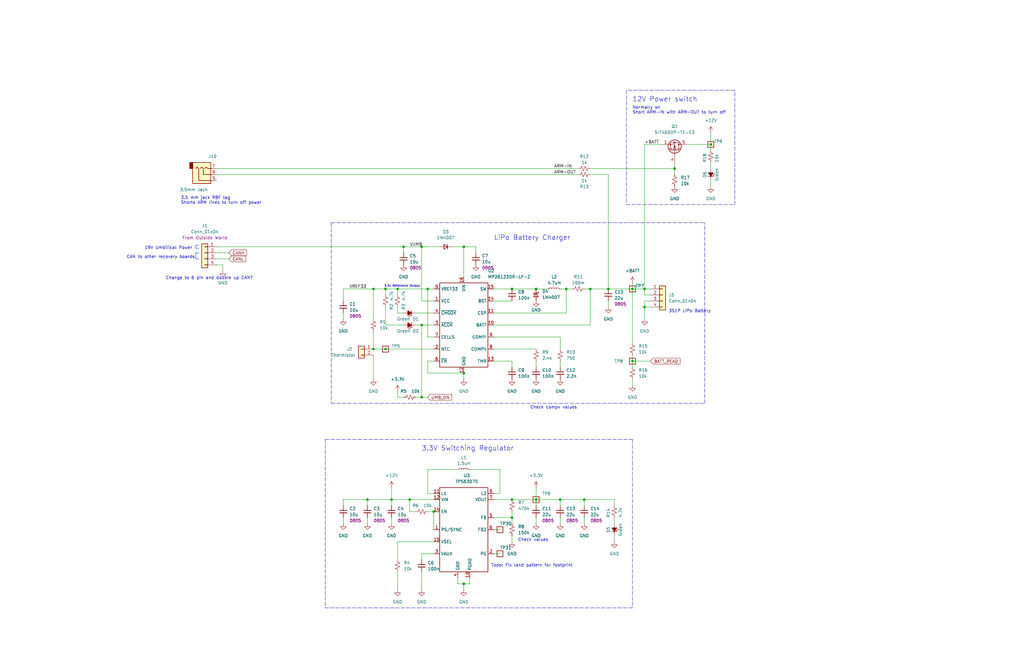
<source format=kicad_sch>
(kicad_sch (version 20211123) (generator eeschema)
  (paper "USLedger")
  (lib_symbols
    (symbol "Connector:AudioJack3"
      (property "Reference" "J" (at 0 8.89 0))
      (property "Value" "AudioJack3" (at 0 6.35 0))
      (symbol "AudioJack3_0_1"
        (rectangle (start -5.08 -5.08) (end -6.35 -2.54) (stroke (width 0.254)) (fill (type outline)))
        (polyline (pts (xy 0 -2.54) (xy 0.635 -3.175) (xy 1.27 -2.54) (xy 2.54 -2.54)) (stroke (width 0.254)))
        (polyline (pts (xy -1.905 -2.54) (xy -1.27 -3.175) (xy -0.635 -2.54) (xy -0.635 0) (xy 2.54 0)) (stroke (width 0.254)))
        (polyline (pts (xy 2.54 2.54) (xy -2.54 2.54) (xy -2.54 -2.54) (xy -3.175 -3.175) (xy -3.81 -2.54)) (stroke (width 0.254)))
        (rectangle (start 2.54 3.81) (end -5.08 -5.08) (stroke (width 0.254)) (fill (type background)))
      )
      (symbol "AudioJack3_1_1"
        (pin passive line (at 5.08 0 180) (length 2.54) (name "~") (number "R"))
        (pin passive line (at 5.08 2.54 180) (length 2.54) (name "~") (number "S"))
        (pin passive line (at 5.08 -2.54 180) (length 2.54) (name "~") (number "T"))
      )
    )
    (symbol "Connector_Generic:Conn_01x02" (pin_names (offset 1.016) hide)
      (property "Reference" "J" (at 0 2.54 0))
      (property "Value" "Conn_01x02" (at 0 -5.08 0))
      (symbol "Conn_01x02_1_1"
        (rectangle (start -1.27 -2.413) (end 0 -2.667) (stroke (width 0.1524)))
        (rectangle (start -1.27 0.127) (end 0 -0.127) (stroke (width 0.1524)))
        (rectangle (start -1.27 1.27) (end 1.27 -3.81) (stroke (width 0.254)) (fill (type background)))
        (pin passive line (at -5.08 0 0) (length 3.81) (name "Pin_1") (number "1"))
        (pin passive line (at -5.08 -2.54 0) (length 3.81) (name "Pin_2") (number "2"))
      )
    )
    (symbol "Connector_Generic:Conn_01x04" (pin_names (offset 1.016) hide)
      (property "Reference" "J" (at 0 5.08 0))
      (property "Value" "Conn_01x04" (at 0 -7.62 0))
      (symbol "Conn_01x04_1_1"
        (rectangle (start -1.27 -4.953) (end 0 -5.207) (stroke (width 0.1524)))
        (rectangle (start -1.27 -2.413) (end 0 -2.667) (stroke (width 0.1524)))
        (rectangle (start -1.27 0.127) (end 0 -0.127) (stroke (width 0.1524)))
        (rectangle (start -1.27 2.667) (end 0 2.413) (stroke (width 0.1524)))
        (rectangle (start -1.27 3.81) (end 1.27 -6.35) (stroke (width 0.254)) (fill (type background)))
        (pin passive line (at -5.08 2.54 0) (length 3.81) (name "Pin_1") (number "1"))
        (pin passive line (at -5.08 0 0) (length 3.81) (name "Pin_2") (number "2"))
        (pin passive line (at -5.08 -2.54 0) (length 3.81) (name "Pin_3") (number "3"))
        (pin passive line (at -5.08 -5.08 0) (length 3.81) (name "Pin_4") (number "4"))
      )
    )
    (symbol "Device:C_Small" (pin_numbers hide) (pin_names (offset 0.254) hide)
      (property "Reference" "C" (at 0.254 1.778 0))
      (property "Value" "C_Small" (at 0.254 -2.032 0))
      (symbol "C_Small_0_1"
        (polyline (pts (xy -1.524 -0.508) (xy 1.524 -0.508)) (stroke (width 0.3302)))
        (polyline (pts (xy -1.524 0.508) (xy 1.524 0.508)) (stroke (width 0.3048)))
      )
      (symbol "C_Small_1_1"
        (pin passive line (at 0 2.54 270) (length 2.032) (name "~") (number "1"))
        (pin passive line (at 0 -2.54 90) (length 2.032) (name "~") (number "2"))
      )
    )
    (symbol "Device:D_Schottky_Small" (pin_numbers hide) (pin_names (offset 0.254) hide)
      (property "Reference" "D" (at -1.27 2.032 0))
      (property "Value" "D_Schottky_Small" (at -7.112 -2.032 0))
      (symbol "D_Schottky_Small_0_1"
        (polyline (pts (xy -0.762 0) (xy 0.762 0)))
        (polyline (pts (xy 0.762 -1.016) (xy -0.762 0) (xy 0.762 1.016) (xy 0.762 -1.016)) (stroke (width 0.254)))
        (polyline (pts (xy -1.27 0.762) (xy -1.27 1.016) (xy -0.762 1.016) (xy -0.762 -1.016) (xy -0.254 -1.016) (xy -0.254 -0.762)) (stroke (width 0.254)))
      )
      (symbol "D_Schottky_Small_1_1"
        (pin passive line (at -2.54 0 0) (length 1.778) (name "K") (number "1"))
        (pin passive line (at 2.54 0 180) (length 1.778) (name "A") (number "2"))
      )
    )
    (symbol "Device:D_Small" (pin_numbers hide) (pin_names (offset 0.254) hide)
      (property "Reference" "D" (at -1.27 2.032 0))
      (property "Value" "D_Small" (at -3.81 -2.032 0))
      (symbol "D_Small_0_1"
        (polyline (pts (xy -0.762 -1.016) (xy -0.762 1.016)) (stroke (width 0.254)))
        (polyline (pts (xy -0.762 0) (xy 0.762 0)))
        (polyline (pts (xy 0.762 -1.016) (xy -0.762 0) (xy 0.762 1.016) (xy 0.762 -1.016)) (stroke (width 0.254)))
      )
      (symbol "D_Small_1_1"
        (pin passive line (at -2.54 0 0) (length 1.778) (name "K") (number "1"))
        (pin passive line (at 2.54 0 180) (length 1.778) (name "A") (number "2"))
      )
    )
    (symbol "Device:LED_Small_Filled" (pin_numbers hide) (pin_names (offset 0.254) hide)
      (property "Reference" "D" (at -1.27 3.175 0))
      (property "Value" "LED_Small_Filled" (at -4.445 -2.54 0))
      (symbol "LED_Small_Filled_0_1"
        (polyline (pts (xy -0.762 -1.016) (xy -0.762 1.016)) (stroke (width 0.254)))
        (polyline (pts (xy 1.016 0) (xy -0.762 0)))
        (polyline (pts (xy 0.762 -1.016) (xy -0.762 0) (xy 0.762 1.016) (xy 0.762 -1.016)) (stroke (width 0.254)) (fill (type outline)))
        (polyline (pts (xy 0 0.762) (xy -0.508 1.27) (xy -0.254 1.27) (xy -0.508 1.27) (xy -0.508 1.016)))
        (polyline (pts (xy 0.508 1.27) (xy 0 1.778) (xy 0.254 1.778) (xy 0 1.778) (xy 0 1.524)))
      )
      (symbol "LED_Small_Filled_1_1"
        (pin passive line (at -2.54 0 0) (length 1.778) (name "K") (number "1"))
        (pin passive line (at 2.54 0 180) (length 1.778) (name "A") (number "2"))
      )
    )
    (symbol "Device:L_Small" (pin_numbers hide) (pin_names (offset 0.254) hide)
      (property "Reference" "L" (at 0.762 1.016 0))
      (property "Value" "L_Small" (at 0.762 -1.016 0))
      (symbol "L_Small_0_1"
        (arc (start 0 -2.032) (mid 0.508 -1.524) (end 0 -1.016))
        (arc (start 0 -1.016) (mid 0.508 -0.508) (end 0 0))
        (arc (start 0 0) (mid 0.508 0.508) (end 0 1.016))
        (arc (start 0 1.016) (mid 0.508 1.524) (end 0 2.032))
      )
      (symbol "L_Small_1_1"
        (pin passive line (at 0 2.54 270) (length 0.508) (name "~") (number "1"))
        (pin passive line (at 0 -2.54 90) (length 0.508) (name "~") (number "2"))
      )
    )
    (symbol "Device:R_Small_US" (pin_numbers hide) (pin_names (offset 0.254) hide)
      (property "Reference" "R" (at 0.762 0.508 0))
      (property "Value" "R_Small_US" (at 0.762 -1.016 0))
      (symbol "R_Small_US_1_1"
        (polyline (pts (xy 0 0) (xy 1.016 -0.381) (xy 0 -0.762) (xy -1.016 -1.143) (xy 0 -1.524)))
        (polyline (pts (xy 0 1.524) (xy 1.016 1.143) (xy 0 0.762) (xy -1.016 0.381) (xy 0 0)))
        (pin passive line (at 0 2.54 270) (length 1.016) (name "~") (number "1"))
        (pin passive line (at 0 -2.54 90) (length 1.016) (name "~") (number "2"))
      )
    )
    (symbol "Transistor_FET:Si7141DP" (pin_names hide)
      (property "Reference" "Q" (at 5.08 1.905 0))
      (property "Value" "Si7141DP" (at 5.08 0 0))
      (symbol "Si7141DP_0_1"
        (polyline (pts (xy 0.254 0) (xy -2.54 0)))
        (polyline (pts (xy 0.254 1.905) (xy 0.254 -1.905)) (stroke (width 0.254)))
        (polyline (pts (xy 0.762 -1.27) (xy 0.762 -2.286)) (stroke (width 0.254)))
        (polyline (pts (xy 0.762 0.508) (xy 0.762 -0.508)) (stroke (width 0.254)))
        (polyline (pts (xy 0.762 2.286) (xy 0.762 1.27)) (stroke (width 0.254)))
        (polyline (pts (xy 2.54 2.54) (xy 2.54 1.778)))
        (polyline (pts (xy 2.54 -2.54) (xy 2.54 0) (xy 0.762 0)))
        (polyline (pts (xy 0.762 1.778) (xy 3.302 1.778) (xy 3.302 -1.778) (xy 0.762 -1.778)))
        (polyline (pts (xy 2.286 0) (xy 1.27 0.381) (xy 1.27 -0.381) (xy 2.286 0)) (fill (type outline)))
        (polyline (pts (xy 2.794 -0.508) (xy 2.921 -0.381) (xy 3.683 -0.381) (xy 3.81 -0.254)))
        (polyline (pts (xy 3.302 -0.381) (xy 2.921 0.254) (xy 3.683 0.254) (xy 3.302 -0.381)))
        (circle (center 1.651 0) (radius 2.794) (stroke (width 0.254)))
        (circle (center 2.54 -1.778) (radius 0.254) (fill (type outline)))
        (circle (center 2.54 1.778) (radius 0.254) (fill (type outline)))
      )
      (symbol "Si7141DP_1_1"
        (pin passive line (at 2.54 -5.08 90) (length 2.54) (name "S") (number "1"))
        (pin passive line (at 2.54 -5.08 90) (length 2.54) hide (name "S") (number "2"))
        (pin passive line (at 2.54 -5.08 90) (length 2.54) hide (name "S") (number "3"))
        (pin input line (at -5.08 0 0) (length 2.54) (name "G") (number "4"))
        (pin passive line (at 2.54 5.08 270) (length 2.54) (name "D") (number "5"))
      )
    )
    (symbol "U-MonolithicPower-MP26123DR-LF-Z-battery-charger-li-ion:MP26123DR-LF-Z"
      (property "Reference" "U" (at 0 25.4 0))
      (property "Value" "MP26123DR-LF-Z" (at 0 25.4 0))
      (symbol "MP26123DR-LF-Z_0_1"
        (rectangle (start -10.16 17.78) (end 10.16 -17.78) (stroke (width 0.254)))
      )
      (symbol "MP26123DR-LF-Z_1_1"
        (pin power_in line (at -12.7 10.16 0) (length 2.54) (name "VCC") (number "1"))
        (pin passive line (at 12.7 0 180) (length 2.54) (name "BATT") (number "10"))
        (pin input line (at 12.7 5.08 180) (length 2.54) (name "CSP") (number "11"))
        (pin power_in line (at 0 -20.32 90) (length 2.54) (name "GND") (number "12"))
        (pin passive line (at 12.7 -15.24 180) (length 2.54) (name "TMR") (number "13"))
        (pin passive line (at 12.7 10.16 180) (length 2.54) (name "BST") (number "14"))
        (pin power_out line (at 12.7 15.24 180) (length 2.54) (name "SW") (number "15"))
        (pin power_in line (at 0 20.32 270) (length 2.54) (name "VIN") (number "16"))
        (pin passive line (at 0 -20.32 90) (length 2.54) hide (name "GND") (number "17"))
        (pin input line (at -12.7 -10.16 0) (length 2.54) (name "NTC") (number "2"))
        (pin output line (at -12.7 0 0) (length 2.54) (name "~{ACOK}") (number "3"))
        (pin output line (at -12.7 5.08 0) (length 2.54) (name "~{CHGOK}") (number "4"))
        (pin output line (at -12.7 15.24 0) (length 2.54) (name "VREF33") (number "5"))
        (pin input line (at -12.7 -15.24 0) (length 2.54) (name "~{EN}") (number "6"))
        (pin input line (at -12.7 -5.08 0) (length 2.54) (name "CELLS") (number "7"))
        (pin passive line (at 12.7 -10.16 180) (length 2.54) (name "COMPV") (number "8"))
        (pin passive line (at 12.7 -5.08 180) (length 2.54) (name "COMPI") (number "9"))
      )
    )
    (symbol "U-TI-TPS63070x-buck-boost-regulator:TPS63070"
      (property "Reference" "U" (at 0 20.32 0))
      (property "Value" "TPS63070" (at 0 20.32 0))
      (symbol "TPS63070_0_1"
        (rectangle (start -10.16 17.78) (end 10.16 -17.78) (stroke (width 0.254)))
      )
      (symbol "TPS63070_1_1"
        (pin input line (at -12.7 0 0) (length 2.54) (name "PS/SYNC") (number "1"))
        (pin power_in line (at 2.54 -20.32 90) (length 2.54) (name "PGND") (number "10"))
        (pin passive line (at -12.7 15.24 0) (length 2.54) (name "L1") (number "11"))
        (pin power_in line (at -12.7 12.7 0) (length 2.54) (name "VIN") (number "12"))
        (pin passive line (at -12.7 12.7 0) (length 2.54) hide (name "VIN") (number "13"))
        (pin input line (at -12.7 7.62 0) (length 2.54) (name "EN") (number "14"))
        (pin input line (at -12.7 -5.08 0) (length 2.54) (name "VSEL") (number "15"))
        (pin output line (at 12.7 -10.16 180) (length 2.54) (name "PG") (number "2"))
        (pin passive line (at -12.7 -10.16 0) (length 2.54) (name "VAUX") (number "3"))
        (pin power_in line (at -2.54 -20.32 90) (length 2.54) (name "GND") (number "4"))
        (pin input line (at 12.7 5.08 180) (length 2.54) (name "FB") (number "5"))
        (pin output line (at 12.7 0 180) (length 2.54) (name "FB2") (number "6"))
        (pin power_out line (at 12.7 12.7 180) (length 2.54) (name "VOUT") (number "7"))
        (pin passive line (at 12.7 12.7 180) (length 2.54) hide (name "VOUT") (number "8"))
        (pin passive line (at 12.7 15.24 180) (length 2.54) (name "L2") (number "9"))
      )
    )
    (symbol "power:+12V" (power) (pin_names (offset 0))
      (property "Value" "+12V" (at 0 3.556 0))
      (symbol "+12V_0_1"
        (polyline (pts (xy -0.762 1.27) (xy 0 2.54)))
        (polyline (pts (xy 0 0) (xy 0 2.54)))
        (polyline (pts (xy 0 2.54) (xy 0.762 1.27)))
      )
      (symbol "+12V_1_1"
        (pin power_in line (at 0 0 90) (length 0) hide (name "+12V") (number "1"))
      )
    )
    (symbol "power:+3.3V" (power) (pin_names (offset 0))
      (property "Value" "+3.3V" (at 0 3.556 0))
      (symbol "+3.3V_0_1"
        (polyline (pts (xy -0.762 1.27) (xy 0 2.54)))
        (polyline (pts (xy 0 0) (xy 0 2.54)))
        (polyline (pts (xy 0 2.54) (xy 0.762 1.27)))
      )
      (symbol "+3.3V_1_1"
        (pin power_in line (at 0 0 90) (length 0) hide (name "+3.3V") (number "1"))
      )
    )
    (symbol "power:+BATT" (power) (pin_names (offset 0))
      (property "Value" "+BATT" (at 0 3.556 0))
      (symbol "+BATT_0_1"
        (polyline (pts (xy -0.762 1.27) (xy 0 2.54)))
        (polyline (pts (xy 0 0) (xy 0 2.54)))
        (polyline (pts (xy 0 2.54) (xy 0.762 1.27)))
      )
      (symbol "+BATT_1_1"
        (pin power_in line (at 0 0 90) (length 0) hide (name "+BATT") (number "1"))
      )
    )
    (symbol "power:GND" (power) (pin_names (offset 0))
      (property "Value" "GND" (at 0 -3.81 0))
      (symbol "GND_0_1"
        (polyline (pts (xy 0 0) (xy 0 -1.27) (xy 1.27 -1.27) (xy 0 -2.54) (xy -1.27 -1.27) (xy 0 -1.27)))
      )
      (symbol "GND_1_1"
        (pin power_in line (at 0 0 270) (length 0) hide (name "GND") (number "1"))
      )
    )
    (symbol "psas-testpoint:Test-Point" (pin_numbers hide) (pin_names hide)
      (property "Reference" "TP" (at 0 2.54 0))
      (symbol "Test-Point_0_1"
        (rectangle (start -1.27 1.27) (end 1.27 -1.27) (stroke (width 0.254)))
      )
      (symbol "Test-Point_1_1"
        (pin passive line (at 0 0 90) (length 0) (name "") (number "1"))
      )
    )
  )
  (junction (at 248.92 121.92))
  (junction (at 215.9 218.44))
  (junction (at 157.48 121.92))
  (junction (at 172.72 210.82))
  (junction (at 284.48 71.12))
  (junction (at 195.58 246.38))
  (junction (at 157.48 147.32))
  (junction (at 271.78 121.92))
  (junction (at 246.38 210.82))
  (junction (at 177.8 104.14))
  (junction (at 266.7 152.4))
  (junction (at 215.9 121.92))
  (junction (at 180.34 121.92))
  (junction (at 256.54 121.92))
  (junction (at 299.72 60.96))
  (junction (at 162.56 147.32))
  (junction (at 226.06 210.82))
  (junction (at 215.9 210.82))
  (junction (at 170.18 104.14))
  (junction (at 226.06 121.92))
  (junction (at 182.88 215.9))
  (junction (at 177.8 137.16))
  (junction (at 177.8 167.64))
  (junction (at 154.94 210.82))
  (junction (at 162.56 121.92))
  (junction (at 236.22 210.82))
  (junction (at 195.58 157.48))
  (junction (at 271.78 129.54))
  (junction (at 167.64 121.92))
  (junction (at 165.1 210.82))
  (junction (at 266.7 121.92))
  (junction (at 238.76 121.92))
  (junction (at 195.58 104.14))
  (wire (pts (xy 210.82 208.28) (xy 208.28 208.28)))
  (wire (pts (xy 91.44 109.22) (xy 96.52 109.22)))
  (wire (pts (xy 167.64 228.6) (xy 167.64 236.22)))
  (wire (pts (xy 215.9 226.06) (xy 215.9 228.6)))
  (wire (pts (xy 284.48 68.58) (xy 284.48 71.12)))
  (wire (pts (xy 177.8 233.68) (xy 182.88 233.68)))
  (wire (pts (xy 208.28 223.52) (xy 210.82 223.52)))
  (wire (pts (xy 177.8 104.14) (xy 170.18 104.14)))
  (wire (pts (xy 256.54 121.92) (xy 266.7 121.92)))
  (wire (pts (xy 271.78 129.54) (xy 274.32 129.54)))
  (wire (pts (xy 177.8 137.16) (xy 182.88 137.16)))
  (wire (pts (xy 144.78 121.92) (xy 157.48 121.92)))
  (wire (pts (xy 195.58 246.38) (xy 193.04 246.38)))
  (wire (pts (xy 165.1 210.82) (xy 154.94 210.82)))
  (wire (pts (xy 236.22 121.92) (xy 238.76 121.92)))
  (wire (pts (xy 162.56 137.16) (xy 170.18 137.16)))
  (wire (pts (xy 236.22 210.82) (xy 226.06 210.82)))
  (wire (pts (xy 299.72 76.2) (xy 299.72 78.74)))
  (polyline (pts (xy 139.7 93.98) (xy 297.18 93.98)))
  (wire (pts (xy 177.8 167.64) (xy 180.34 167.64)))
  (wire (pts (xy 172.72 215.9) (xy 172.72 210.82)))
  (polyline (pts (xy 297.18 170.18) (xy 297.18 93.98)))
  (wire (pts (xy 182.88 142.24) (xy 180.34 142.24)))
  (wire (pts (xy 190.5 104.14) (xy 195.58 104.14)))
  (wire (pts (xy 299.72 55.88) (xy 299.72 60.96)))
  (wire (pts (xy 157.48 139.7) (xy 157.48 147.32)))
  (wire (pts (xy 271.78 121.92) (xy 274.32 121.92)))
  (wire (pts (xy 299.72 60.96) (xy 299.72 63.5)))
  (wire (pts (xy 248.92 73.66) (xy 256.54 73.66)))
  (wire (pts (xy 144.78 210.82) (xy 144.78 213.36)))
  (wire (pts (xy 208.28 121.92) (xy 215.9 121.92)))
  (wire (pts (xy 144.78 127) (xy 144.78 121.92)))
  (wire (pts (xy 259.08 226.06) (xy 259.08 228.6)))
  (wire (pts (xy 195.58 246.38) (xy 198.12 246.38)))
  (wire (pts (xy 175.26 167.64) (xy 177.8 167.64)))
  (wire (pts (xy 256.54 127) (xy 256.54 129.54)))
  (wire (pts (xy 182.88 208.28) (xy 180.34 208.28)))
  (wire (pts (xy 266.7 160.02) (xy 266.7 162.56)))
  (wire (pts (xy 162.56 121.92) (xy 162.56 124.46)))
  (wire (pts (xy 226.06 121.92) (xy 231.14 121.92)))
  (wire (pts (xy 165.1 218.44) (xy 165.1 220.98)))
  (wire (pts (xy 167.64 241.3) (xy 167.64 248.92)))
  (polyline (pts (xy 82.55 103.505) (xy 83.82 103.505)) (stroke (width 0) (type solid)))
  (polyline (pts (xy 264.16 86.36) (xy 309.88 86.36)))
  (wire (pts (xy 162.56 129.54) (xy 162.56 137.16)))
  (wire (pts (xy 226.06 152.4) (xy 226.06 154.94)))
  (wire (pts (xy 274.32 124.46) (xy 271.78 124.46)))
  (wire (pts (xy 195.58 116.84) (xy 195.58 104.14)))
  (polyline (pts (xy 266.7 256.54) (xy 137.16 256.54)))
  (wire (pts (xy 167.64 121.92) (xy 180.34 121.92)))
  (wire (pts (xy 91.44 104.14) (xy 170.18 104.14)))
  (wire (pts (xy 172.72 210.82) (xy 182.88 210.82)))
  (wire (pts (xy 271.78 60.96) (xy 271.78 121.92)))
  (wire (pts (xy 208.28 233.68) (xy 210.82 233.68)))
  (wire (pts (xy 180.34 121.92) (xy 182.88 121.92)))
  (wire (pts (xy 144.78 218.44) (xy 144.78 220.98)))
  (wire (pts (xy 182.88 228.6) (xy 167.64 228.6)))
  (wire (pts (xy 248.92 121.92) (xy 256.54 121.92)))
  (wire (pts (xy 200.66 104.14) (xy 200.66 106.68)))
  (wire (pts (xy 246.38 213.36) (xy 246.38 210.82)))
  (polyline (pts (xy 137.16 185.42) (xy 266.7 185.42)))
  (wire (pts (xy 246.38 210.82) (xy 259.08 210.82)))
  (wire (pts (xy 93.98 111.76) (xy 93.98 114.3)))
  (wire (pts (xy 91.44 71.12) (xy 243.84 71.12)))
  (wire (pts (xy 167.64 132.08) (xy 170.18 132.08)))
  (wire (pts (xy 271.78 127) (xy 271.78 129.54)))
  (wire (pts (xy 289.56 60.96) (xy 299.72 60.96)))
  (wire (pts (xy 180.34 121.92) (xy 180.34 142.24)))
  (wire (pts (xy 266.7 121.92) (xy 266.7 144.78)))
  (wire (pts (xy 180.34 157.48) (xy 195.58 157.48)))
  (wire (pts (xy 236.22 142.24) (xy 236.22 147.32)))
  (wire (pts (xy 215.9 121.92) (xy 226.06 121.92)))
  (wire (pts (xy 177.8 104.14) (xy 177.8 127)))
  (polyline (pts (xy 309.88 38.1) (xy 264.16 38.1)))
  (wire (pts (xy 215.9 154.94) (xy 215.9 152.4)))
  (wire (pts (xy 180.34 152.4) (xy 180.34 157.48)))
  (wire (pts (xy 284.48 71.12) (xy 284.48 73.66)))
  (wire (pts (xy 238.76 121.92) (xy 238.76 132.08)))
  (wire (pts (xy 177.8 104.14) (xy 185.42 104.14)))
  (wire (pts (xy 208.28 147.32) (xy 226.06 147.32)))
  (wire (pts (xy 246.38 218.44) (xy 246.38 220.98)))
  (wire (pts (xy 215.9 210.82) (xy 208.28 210.82)))
  (wire (pts (xy 157.48 147.32) (xy 162.56 147.32)))
  (wire (pts (xy 271.78 124.46) (xy 271.78 121.92)))
  (polyline (pts (xy 82.55 109.22) (xy 82.55 106.68)) (stroke (width 0) (type solid)))
  (wire (pts (xy 182.88 215.9) (xy 182.88 223.52)))
  (wire (pts (xy 259.08 210.82) (xy 259.08 213.36)))
  (wire (pts (xy 248.92 137.16) (xy 208.28 137.16)))
  (wire (pts (xy 226.06 210.82) (xy 215.9 210.82)))
  (wire (pts (xy 208.28 142.24) (xy 236.22 142.24)))
  (wire (pts (xy 259.08 218.44) (xy 259.08 220.98)))
  (wire (pts (xy 256.54 73.66) (xy 256.54 121.92)))
  (wire (pts (xy 91.44 73.66) (xy 243.84 73.66)))
  (wire (pts (xy 154.94 218.44) (xy 154.94 220.98)))
  (wire (pts (xy 215.9 218.44) (xy 215.9 215.9)))
  (wire (pts (xy 266.7 149.86) (xy 266.7 152.4)))
  (polyline (pts (xy 83.82 109.22) (xy 82.55 109.22)) (stroke (width 0) (type solid)))
  (wire (pts (xy 167.64 129.54) (xy 167.64 132.08)))
  (wire (pts (xy 175.26 137.16) (xy 177.8 137.16)))
  (wire (pts (xy 180.34 215.9) (xy 182.88 215.9)))
  (wire (pts (xy 167.64 167.64) (xy 170.18 167.64)))
  (polyline (pts (xy 309.88 86.36) (xy 309.88 38.1)))
  (wire (pts (xy 274.32 127) (xy 271.78 127)))
  (wire (pts (xy 144.78 132.08) (xy 144.78 134.62)))
  (wire (pts (xy 208.28 127) (xy 215.9 127)))
  (wire (pts (xy 238.76 121.92) (xy 241.3 121.92)))
  (wire (pts (xy 165.1 210.82) (xy 172.72 210.82)))
  (wire (pts (xy 210.82 198.12) (xy 210.82 208.28)))
  (wire (pts (xy 248.92 71.12) (xy 284.48 71.12)))
  (wire (pts (xy 236.22 213.36) (xy 236.22 210.82)))
  (polyline (pts (xy 82.55 106.68) (xy 83.82 106.68)) (stroke (width 0) (type solid)))
  (polyline (pts (xy 139.7 170.18) (xy 297.18 170.18)))
  (wire (pts (xy 180.34 208.28) (xy 180.34 198.12)))
  (polyline (pts (xy 83.82 104.775) (xy 82.55 104.775)) (stroke (width 0) (type solid)))
  (wire (pts (xy 170.18 104.14) (xy 170.18 106.68)))
  (wire (pts (xy 266.7 119.38) (xy 266.7 121.92)))
  (wire (pts (xy 195.58 104.14) (xy 200.66 104.14)))
  (wire (pts (xy 195.58 157.48) (xy 195.58 160.02)))
  (wire (pts (xy 236.22 152.4) (xy 236.22 154.94)))
  (wire (pts (xy 167.64 121.92) (xy 167.64 124.46)))
  (wire (pts (xy 271.78 60.96) (xy 279.4 60.96)))
  (wire (pts (xy 226.06 210.82) (xy 226.06 213.36)))
  (wire (pts (xy 238.76 132.08) (xy 208.28 132.08)))
  (wire (pts (xy 154.94 210.82) (xy 154.94 213.36)))
  (wire (pts (xy 226.06 218.44) (xy 226.06 220.98)))
  (wire (pts (xy 165.1 205.74) (xy 165.1 210.82)))
  (wire (pts (xy 91.44 111.76) (xy 93.98 111.76)))
  (wire (pts (xy 208.28 218.44) (xy 215.9 218.44)))
  (wire (pts (xy 177.8 241.3) (xy 177.8 248.92)))
  (wire (pts (xy 236.22 218.44) (xy 236.22 220.98)))
  (wire (pts (xy 193.04 243.84) (xy 193.04 246.38)))
  (wire (pts (xy 157.48 149.86) (xy 157.48 160.02)))
  (wire (pts (xy 180.34 198.12) (xy 193.04 198.12)))
  (wire (pts (xy 157.48 134.62) (xy 157.48 121.92)))
  (wire (pts (xy 157.48 121.92) (xy 162.56 121.92)))
  (wire (pts (xy 195.58 248.92) (xy 195.58 246.38)))
  (polyline (pts (xy 137.16 185.42) (xy 137.16 256.54)))
  (wire (pts (xy 198.12 198.12) (xy 210.82 198.12)))
  (wire (pts (xy 299.72 68.58) (xy 299.72 71.12)))
  (wire (pts (xy 91.44 106.68) (xy 96.52 106.68)))
  (wire (pts (xy 215.9 152.4) (xy 208.28 152.4)))
  (wire (pts (xy 162.56 147.32) (xy 182.88 147.32)))
  (wire (pts (xy 175.26 215.9) (xy 172.72 215.9)))
  (wire (pts (xy 165.1 210.82) (xy 165.1 213.36)))
  (wire (pts (xy 182.88 127) (xy 177.8 127)))
  (wire (pts (xy 246.38 210.82) (xy 236.22 210.82)))
  (wire (pts (xy 154.94 210.82) (xy 144.78 210.82)))
  (wire (pts (xy 266.7 152.4) (xy 274.32 152.4)))
  (wire (pts (xy 266.7 121.92) (xy 271.78 121.92)))
  (wire (pts (xy 162.56 121.92) (xy 167.64 121.92)))
  (wire (pts (xy 175.26 132.08) (xy 182.88 132.08)))
  (wire (pts (xy 226.06 205.74) (xy 226.06 210.82)))
  (polyline (pts (xy 266.7 185.42) (xy 266.7 256.54)))
  (wire (pts (xy 167.64 165.1) (xy 167.64 167.64)))
  (polyline (pts (xy 264.16 38.1) (xy 264.16 86.36)))
  (wire (pts (xy 177.8 137.16) (xy 177.8 167.64)))
  (wire (pts (xy 215.9 218.44) (xy 215.9 220.98)))
  (wire (pts (xy 248.92 121.92) (xy 248.92 137.16)))
  (wire (pts (xy 246.38 121.92) (xy 248.92 121.92)))
  (polyline (pts (xy 139.7 93.98) (xy 139.7 170.18)))
  (wire (pts (xy 177.8 236.22) (xy 177.8 233.68)))
  (wire (pts (xy 271.78 129.54) (xy 271.78 134.62)))
  (wire (pts (xy 198.12 243.84) (xy 198.12 246.38)))
  (polyline (pts (xy 82.55 104.775) (xy 82.55 103.505)) (stroke (width 0) (type solid)))
  (wire (pts (xy 182.88 152.4) (xy 180.34 152.4)))
  (wire (pts (xy 266.7 152.4) (xy 266.7 154.94)))
  (text "3.3v Reference Output" (at 161.925 121.285 0) (effects (font (size 0.889 0.889)) (justify left bottom)))
  (text "3.3V Switching Regulator" (at 177.8 190.5 0) (effects (font (size 2.032 2.032)) (justify left bottom)))
  (text "19V Umbilical Power" (at 60.96 105.41 0) (effects (font (size 1.27 1.27)) (justify left bottom)))
  (text "12V Power switch" (at 266.7 43.18 0) (effects (font (size 2.032 2.032)) (justify left bottom)))
  (text "3S1P LiPo Battery" (at 281.94 132.08 0) (effects (font (size 1.27 1.27)) (justify left bottom)))
  (text "CAN to other recovery boards" (at 53.34 109.22 0) (effects (font (size 1.27 1.27)) (justify left bottom)))
  (text "Normally on\nShort ARM-IN with ARM-OUT to turn off" (at 266.7 48.26 0) (effects (font (size 1.27 1.27)) (justify left bottom)))
  (text "Change to 6 pin and double up CAN?" (at 69.85 118.11 0) (effects (font (size 1.27 1.27)) (justify left bottom)))
  (text "Check compv values" (at 223.52 172.72 0) (effects (font (size 1.27 1.27)) (justify left bottom)))
  (text "3.5 mm jack RBF tag\nShorts ARM lines to turn off power" (at 76.2 86.36 0) (effects (font (size 1.27 1.27)) (justify left bottom)))
  (text "Todo: Fix land pattern for footprint" (at 207.01 239.395 0) (effects (font (size 1.27 1.27)) (justify left bottom)))
  (text "Check values" (at 218.44 228.6 0) (effects (font (size 1.27 1.27)) (justify left bottom)))
  (text "LiPo Battery Charger" (at 208.28 101.6 0) (effects (font (size 2.032 2.032)) (justify left bottom)))
  (label "VUMB" (at 172.72 104.14 0))
  (label "VREF33" (at 147.32 121.92 0))
  (label "ARM-OUT" (at 233.68 73.66 0))
  (label "ARM-IN" (at 233.68 71.12 0))
  (label "+BATT" (at 271.78 60.96 0))
  (global_label "CANH" (shape input) (at 96.52 106.68 0) (property "Intersheet References" "${INTERSHEET_REFS}" (effects hide)))
  (global_label "CANL" (shape input) (at 96.52 109.22 0) (property "Intersheet References" "${INTERSHEET_REFS}" (effects hide)))
  (global_label "UMB_ON" (shape input) (at 180.34 167.64 0) (property "Intersheet References" "${INTERSHEET_REFS}" (effects hide)))
  (global_label "BATT_READ" (shape input) (at 274.32 152.4 0) (property "Intersheet References" "${INTERSHEET_REFS}" (effects hide)))
  (symbol (lib_id "Device:C_Small") (at 236.22 157.48 0) (unit 1)
    (property "Reference" "C12" (at 238.76 156.2162 0) (effects (justify left)))
    (property "Value" "2.2n" (at 238.76 158.7562 0) (effects (justify left)))
    (property "Footprint" "Capacitor_SMD:C_0603_1608Metric" (effects hide))
  )
  (symbol (lib_id "power:GND") (at 299.72 78.74 0) (unit 1)
    (property "Reference" "#PWR031" (effects hide))
    (property "Value" "GND" (at 299.72 83.82 0))
  )
  (symbol (lib_id "Device:C_Small") (at 226.06 215.9 0) (unit 1)
    (property "Reference" "C11" (at 228.6 214.6362 0) (effects (justify left)))
    (property "Value" "22u" (at 228.6 217.1762 0) (effects (justify left)))
    (property "Footprint" "Capacitor_SMD:C_0805_2012Metric" (effects hide))
    (property "Field4" "0805" (at 231.14 219.71 0))
  )
  (symbol (lib_id "psas-testpoint:Test-Point") (at 266.7 152.4 0) (unit 1)
    (property "Reference" "TP8" (at 259.08 152.4 0) (effects (justify left)))
    (property "Value" "Test-Point" (effects hide))
    (property "Footprint" "psas-footprints:TP-through-hole-1X01" (effects hide))
  )
  (symbol (lib_id "power:GND") (at 154.94 220.98 0) (unit 1)
    (property "Reference" "#PWR04" (effects hide))
    (property "Value" "GND" (at 154.94 226.06 0))
  )
  (symbol (lib_id "power:GND") (at 226.06 160.02 0) (unit 1)
    (property "Reference" "#PWR018" (effects hide))
    (property "Value" "GND" (at 226.06 165.1 0))
  )
  (symbol (lib_id "Device:LED_Small_Filled") (at 172.72 137.16 180) (unit 1)
    (property "Reference" "D2" (at 175.26 139.7 0))
    (property "Value" "Green" (at 170.18 139.7 0))
    (property "Footprint" "LED_SMD:LED_0603_1608Metric" (effects hide))
  )
  (symbol (lib_id "power:GND") (at 226.06 220.98 0) (unit 1)
    (property "Reference" "#PWR020" (effects hide))
    (property "Value" "GND" (at 226.06 226.06 0))
  )
  (symbol (lib_id "Device:R_Small_US") (at 246.38 71.12 90) (unit 1)
    (property "Reference" "R12" (at 246.38 66.04 90))
    (property "Value" "1k" (at 246.38 68.58 90))
    (property "Footprint" "Resistor_SMD:R_0603_1608Metric" (effects hide))
  )
  (symbol (lib_id "power:GND") (at 177.8 248.92 0) (unit 1)
    (property "Reference" "#PWR011" (effects hide))
    (property "Value" "GND" (at 177.8 254 0))
  )
  (symbol (lib_id "Device:R_Small_US") (at 259.08 215.9 0) (unit 1)
    (property "Reference" "R14" (at 256.54 218.44 90) (effects (justify left)))
    (property "Value" "4.7k" (at 261.62 218.44 90) (effects (justify left)))
    (property "Footprint" "Resistor_SMD:R_0603_1608Metric" (effects hide))
  )
  (symbol (lib_id "power:GND") (at 226.06 127 0) (unit 1)
    (property "Reference" "#PWR017" (effects hide))
    (property "Value" "GND" (at 226.06 130.81 0))
  )
  (symbol (lib_id "power:GND") (at 259.08 228.6 0) (unit 1)
    (property "Reference" "#PWR025" (effects hide))
    (property "Value" "GND" (at 259.08 233.68 0))
  )
  (symbol (lib_id "power:+12V") (at 299.72 55.88 0) (unit 1)
    (property "Reference" "#PWR030" (effects hide))
    (property "Value" "+12V" (at 299.72 50.8 0))
  )
  (symbol (lib_id "power:GND") (at 271.78 134.62 0) (unit 1)
    (property "Reference" "#PWR028" (effects hide))
    (property "Value" "GND" (at 271.78 139.7 0))
  )
  (symbol (lib_id "Device:R_Small_US") (at 266.7 147.32 0) (unit 1)
    (property "Reference" "R15" (at 269.24 146.0499 0) (effects (justify left)))
    (property "Value" "10k" (at 269.24 148.5899 0) (effects (justify left)))
    (property "Footprint" "Resistor_SMD:R_0603_1608Metric" (effects hide))
  )
  (symbol (lib_id "power:GND") (at 246.38 220.98 0) (unit 1)
    (property "Reference" "#PWR023" (effects hide))
    (property "Value" "GND" (at 246.38 226.06 0))
  )
  (symbol (lib_id "power:GND") (at 236.22 160.02 0) (unit 1)
    (property "Reference" "#PWR021" (effects hide))
    (property "Value" "GND" (at 236.22 165.1 0))
  )
  (symbol (lib_id "Device:R_Small_US") (at 284.48 76.2 0) (unit 1)
    (property "Reference" "R17" (at 287.02 74.9299 0) (effects (justify left)))
    (property "Value" "10k" (at 287.02 77.4699 0) (effects (justify left)))
    (property "Footprint" "Resistor_SMD:R_0603_1608Metric" (effects hide))
  )
  (symbol (lib_id "Device:L_Small") (at 233.68 121.92 90) (unit 1)
    (property "Reference" "L2" (at 233.68 116.84 90))
    (property "Value" "4.7uH" (at 233.68 119.38 90))
  )
  (symbol (lib_id "Device:R_Small_US") (at 226.06 149.86 0) (unit 1)
    (property "Reference" "R9" (at 228.6 148.5899 0) (effects (justify left)))
    (property "Value" "2.4k" (at 228.6 151.1299 0) (effects (justify left)))
    (property "Footprint" "Resistor_SMD:R_0603_1608Metric" (effects hide))
  )
  (symbol (lib_id "psas-testpoint:Test-Point") (at 299.72 60.96 0) (unit 1)
    (property "Reference" "TP9" (at 300.99 59.69 0) (effects (justify left)))
    (property "Value" "Test-Point" (effects hide))
    (property "Footprint" "psas-footprints:TP-through-hole-1X01" (effects hide))
  )
  (symbol (lib_id "Device:R_Small_US") (at 167.64 238.76 0) (unit 1)
    (property "Reference" "R4" (at 170.18 237.4899 0) (effects (justify left)))
    (property "Value" "10k" (at 170.18 240.0299 0) (effects (justify left)))
    (property "Footprint" "Resistor_SMD:R_0603_1608Metric" (effects hide))
  )
  (symbol (lib_id "power:GND") (at 157.48 160.02 0) (unit 1)
    (property "Reference" "#PWR05" (effects hide))
    (property "Value" "GND" (at 157.48 165.1 0))
  )
  (symbol (lib_id "Device:R_Small_US") (at 299.72 66.04 0) (unit 1)
    (property "Reference" "R18" (at 297.18 68.58 90) (effects (justify left)))
    (property "Value" "10k" (at 302.26 68.58 90) (effects (justify left)))
    (property "Footprint" "Resistor_SMD:R_0603_1608Metric" (effects hide))
  )
  (symbol (lib_id "power:GND") (at 215.9 228.6 0) (unit 1)
    (property "Reference" "#PWR016" (effects hide))
    (property "Value" "GND" (at 215.9 233.68 0))
  )
  (symbol (lib_id "Device:C_Small") (at 144.78 129.54 0) (unit 1)
    (property "Reference" "C1" (at 147.32 128.2762 0) (effects (justify left)))
    (property "Value" "10u" (at 147.32 130.8162 0) (effects (justify left)))
    (property "Footprint" "Capacitor_SMD:C_0805_2012Metric" (effects hide))
    (property "Field4" "0805" (at 149.86 133.35 0))
  )
  (symbol (lib_id "Device:C_Small") (at 256.54 124.46 0) (unit 1)
    (property "Reference" "C15" (at 259.08 123.1962 0) (effects (justify left)))
    (property "Value" "22u" (at 259.08 125.7362 0) (effects (justify left)))
    (property "Footprint" "Capacitor_SMD:C_0805_2012Metric" (effects hide))
    (property "Field4" "0805" (at 261.62 128.27 0))
  )
  (symbol (lib_id "Transistor_FET:Si7141DP") (at 284.48 63.5 270) (mirror x) (unit 1)
    (property "Reference" "Q1" (at 284.48 53.34 90))
    (property "Value" "SI7465DP-T1-E3" (at 284.48 55.88 90))
    (property "Footprint" "Package_SO:PowerPAK_SO-8_Single" (effects hide))
    (property "Datasheet" "https://www.vishay.com/docs/73113/73113.pdf" (effects hide))
  )
  (symbol (lib_id "Connector_Generic:Conn_01x04") (at 279.4 124.46 0) (unit 1)
    (property "Reference" "J3" (at 281.94 124.4599 0) (effects (justify left)))
    (property "Value" "Conn_01x04" (at 281.94 126.9999 0) (effects (justify left)))
    (property "Footprint" "Connector_PinHeader_2.54mm:PinHeader_1x04_P2.54mm_Vertical" (effects hide))
  )
  (symbol (lib_id "Device:C_Small") (at 165.1 215.9 0) (unit 1)
    (property "Reference" "C4" (at 167.64 214.6362 0) (effects (justify left)))
    (property "Value" "10u" (at 167.64 217.1762 0) (effects (justify left)))
    (property "Footprint" "Capacitor_SMD:C_0805_2012Metric" (effects hide))
    (property "Field4" "0805" (at 170.18 219.71 0))
  )
  (symbol (lib_id "Device:C_Small") (at 246.38 215.9 0) (unit 1)
    (property "Reference" "C14" (at 248.92 214.6362 0) (effects (justify left)))
    (property "Value" "22u" (at 248.92 217.1762 0) (effects (justify left)))
    (property "Footprint" "Capacitor_SMD:C_0805_2012Metric" (effects hide))
    (property "Field4" "0805" (at 251.46 219.71 0))
  )
  (symbol (lib_id "Device:LED_Small_Filled") (at 259.08 223.52 270) (mirror x) (unit 1)
    (property "Reference" "D5" (at 256.54 223.52 0))
    (property "Value" "Green" (at 261.62 223.52 0))
    (property "Footprint" "LED_SMD:LED_0603_1608Metric" (effects hide))
  )
  (symbol (lib_id "Device:R_Small_US") (at 266.7 157.48 0) (unit 1)
    (property "Reference" "R16" (at 269.24 156.2099 0) (effects (justify left)))
    (property "Value" "10k" (at 269.24 158.7499 0) (effects (justify left)))
    (property "Footprint" "Resistor_SMD:R_0603_1608Metric" (effects hide))
  )
  (symbol (lib_id "power:+3.3V") (at 226.06 205.74 0) (unit 1)
    (property "Reference" "#PWR019" (effects hide))
    (property "Value" "+3.3V" (at 226.06 200.66 0))
  )
  (symbol (lib_id "Device:R_Small_US") (at 215.9 223.52 0) (unit 1)
    (property "Reference" "R8" (at 218.44 222.2499 0) (effects (justify left)))
    (property "Value" "150k" (at 218.44 224.7899 0) (effects (justify left)))
    (property "Footprint" "Resistor_SMD:R_0603_1608Metric" (effects hide))
  )
  (symbol (lib_id "Connector_Generic:Conn_01x02") (at 152.4 147.32 0) (mirror y) (unit 1)
    (property "Reference" "J2" (at 147.32 147.32 0))
    (property "Value" "Thermistor" (at 144.78 149.86 0))
    (property "Footprint" "Connector_PinHeader_2.54mm:PinHeader_1x02_P2.54mm_Vertical" (effects hide))
  )
  (symbol (lib_id "Device:C_Small") (at 236.22 215.9 0) (unit 1)
    (property "Reference" "C13" (at 238.76 214.6362 0) (effects (justify left)))
    (property "Value" "22u" (at 238.76 217.1762 0) (effects (justify left)))
    (property "Footprint" "Capacitor_SMD:C_0805_2012Metric" (effects hide))
    (property "Field4" "0805" (at 241.3 219.71 0))
  )
  (symbol (lib_id "Device:R_Small_US") (at 177.8 215.9 90) (unit 1)
    (property "Reference" "R6" (at 175.26 213.36 90))
    (property "Value" "10k" (at 180.34 213.36 90))
    (property "Footprint" "Resistor_SMD:R_0603_1608Metric" (effects hide))
  )
  (symbol (lib_id "Device:R_Small_US") (at 215.9 213.36 0) (unit 1)
    (property "Reference" "R7" (at 218.44 212.0899 0) (effects (justify left)))
    (property "Value" "470k" (at 218.44 214.6299 0) (effects (justify left)))
    (property "Footprint" "Resistor_SMD:R_0603_1608Metric" (effects hide))
  )
  (symbol (lib_id "Device:R_Small_US") (at 172.72 167.64 90) (unit 1)
    (property "Reference" "R5" (at 170.18 165.1 90))
    (property "Value" "10k" (at 175.26 165.1 90))
    (property "Footprint" "Resistor_SMD:R_0603_1608Metric" (effects hide))
  )
  (symbol (lib_id "power:GND") (at 195.58 248.92 0) (unit 1)
    (property "Reference" "#PWR013" (effects hide))
    (property "Value" "GND" (at 195.58 254 0))
  )
  (symbol (lib_id "power:GND") (at 266.7 162.56 0) (unit 1)
    (property "Reference" "#PWR027" (effects hide))
    (property "Value" "GND" (at 266.7 167.64 0))
  )
  (symbol (lib_id "Device:L_Small") (at 195.58 198.12 90) (unit 1)
    (property "Reference" "L1" (at 195.58 193.04 90))
    (property "Value" "1.5uH" (at 195.58 195.58 90))
  )
  (symbol (lib_id "power:GND") (at 144.78 220.98 0) (unit 1)
    (property "Reference" "#PWR03" (effects hide))
    (property "Value" "GND" (at 144.78 226.06 0))
  )
  (symbol (lib_id "Device:C_Small") (at 144.78 215.9 0) (unit 1)
    (property "Reference" "C2" (at 147.32 214.6362 0) (effects (justify left)))
    (property "Value" "10u" (at 147.32 217.1762 0) (effects (justify left)))
    (property "Footprint" "Capacitor_SMD:C_0805_2012Metric" (effects hide))
    (property "Field4" "0805" (at 149.86 219.71 0))
  )
  (symbol (lib_id "Device:R_Small_US") (at 167.64 127 0) (unit 1)
    (property "Reference" "R3" (at 170.18 130.81 90) (effects (justify left)))
    (property "Value" "4.7k" (at 170.18 127 90) (effects (justify left)))
    (property "Footprint" "Resistor_SMD:R_0603_1608Metric" (effects hide))
  )
  (symbol (lib_id "power:GND") (at 256.54 129.54 0) (unit 1)
    (property "Reference" "#PWR024" (effects hide))
    (property "Value" "GND" (at 256.54 134.62 0))
  )
  (symbol (lib_id "Device:R_Small_US") (at 246.38 73.66 270) (unit 1)
    (property "Reference" "R13" (at 246.38 78.74 90))
    (property "Value" "1k" (at 246.38 76.2 90))
    (property "Footprint" "Resistor_SMD:R_0603_1608Metric" (effects hide))
  )
  (symbol (lib_id "power:GND") (at 284.48 78.74 0) (unit 1)
    (property "Reference" "#PWR029" (effects hide))
    (property "Value" "GND" (at 284.48 83.82 0))
  )
  (symbol (lib_id "Device:LED_Small_Filled") (at 299.72 73.66 270) (mirror x) (unit 1)
    (property "Reference" "D6" (at 297.18 73.66 0))
    (property "Value" "Green" (at 302.26 73.66 0))
    (property "Footprint" "LED_SMD:LED_0603_1608Metric" (effects hide))
  )
  (symbol (lib_id "Device:D_Small") (at 187.96 104.14 180) (unit 1)
    (property "Reference" "D3" (at 187.96 97.79 0))
    (property "Value" "1N4007" (at 187.96 100.33 0))
  )
  (symbol (lib_id "Device:C_Small") (at 200.66 109.22 0) (unit 1)
    (property "Reference" "C7" (at 203.2 107.9562 0) (effects (justify left)))
    (property "Value" "10u" (at 203.2 110.4962 0) (effects (justify left)))
    (property "Footprint" "Capacitor_SMD:C_0805_2012Metric" (effects hide))
    (property "Field4" "0805" (at 205.74 113.03 0))
  )
  (symbol (lib_id "power:GND") (at 195.58 160.02 0) (unit 1)
    (property "Reference" "#PWR012" (effects hide))
    (property "Value" "GND" (at 195.58 165.1 0))
  )
  (symbol (lib_id "U-TI-TPS63070x-buck-boost-regulator:TPS63070") (at 195.58 223.52 0) (unit 1)
    (property "Reference" "U3" (at 196.7865 200.66 0))
    (property "Value" "TPS63070" (at 196.7865 203.2 0))
    (property "Footprint" "psas-footprints:U-TI-TPS63070" (effects hide))
    (property "Datasheet" "https://www.ti.com/lit/ds/symlink/tps63070.pdf?HQS=dis-dk-null-digikeymode-dsf-pf-null-wwe&ts=1667320637224" (effects hide))
  )
  (symbol (lib_id "power:GND") (at 165.1 220.98 0) (unit 1)
    (property "Reference" "#PWR07" (effects hide))
    (property "Value" "GND" (at 165.1 226.06 0))
  )
  (symbol (lib_id "psas-testpoint:Test-Point") (at 210.82 233.68 0) (unit 1)
    (property "Reference" "TP31" (at 210.82 231.14 0) (effects (justify left)))
    (property "Value" "Test-Point" (effects hide))
    (property "Footprint" "psas-footprints:TP-through-hole-1X01" (effects hide))
  )
  (symbol (lib_id "psas-testpoint:Test-Point") (at 226.06 210.82 0) (unit 1)
    (property "Reference" "TP6" (at 228.6 208.28 0) (effects (justify left)))
    (property "Value" "Test-Point" (effects hide))
    (property "Footprint" "psas-footprints:TP-through-hole-1X01" (effects hide))
  )
  (symbol (lib_id "power:+3.3V") (at 167.64 165.1 0) (unit 1)
    (property "Reference" "#PWR08" (effects hide))
    (property "Value" "+3.3V" (at 167.64 160.02 0))
  )
  (symbol (lib_id "power:GND") (at 215.9 160.02 0) (unit 1)
    (property "Reference" "#PWR015" (effects hide))
    (property "Value" "GND" (at 215.9 165.1 0))
  )
  (symbol (lib_id "psas-testpoint:Test-Point") (at 266.7 121.92 0) (unit 1)
    (property "Reference" "TP7" (at 267.97 120.65 0) (effects (justify left)))
    (property "Value" "Test-Point" (effects hide))
    (property "Footprint" "psas-footprints:TP-through-hole-1X01" (effects hide))
  )
  (symbol (lib_id "Device:C_Small") (at 215.9 124.46 0) (unit 1)
    (property "Reference" "C8" (at 218.44 123.1962 0) (effects (justify left)))
    (property "Value" "100n" (at 218.44 125.7362 0) (effects (justify left)))
    (property "Footprint" "Capacitor_SMD:C_0603_1608Metric" (effects hide))
  )
  (symbol (lib_id "psas-testpoint:Test-Point") (at 162.56 147.32 0) (unit 1)
    (property "Reference" "TP5" (at 165.1 146.05 0) (effects (justify left)))
    (property "Value" "Test-Point" (effects hide))
    (property "Footprint" "psas-footprints:TP-through-hole-1X01" (effects hide))
  )
  (symbol (lib_id "Device:R_Small_US") (at 243.84 121.92 90) (unit 1)
    (property "Reference" "R11" (at 243.84 116.84 90))
    (property "Value" "100m" (at 243.84 119.38 90))
    (property "Footprint" "Resistor_SMD:R_1206_3216Metric" (effects hide))
  )
  (symbol (lib_id "Connector:AudioJack3") (at 86.36 73.66 0) (mirror x) (unit 1)
    (property "Reference" "J10" (at 91.44 66.04 0) (effects (justify right)))
    (property "Value" "3.5mm Jack" (at 87.63 80.01 0) (effects (justify right)))
    (property "Footprint" "Connector_PinHeader_2.54mm:PinHeader_1x03_P2.54mm_Vertical" (effects hide))
  )
  (symbol (lib_id "Device:R_Small_US") (at 157.48 137.16 0) (unit 1)
    (property "Reference" "R1" (at 160.02 135.8899 0) (effects (justify left)))
    (property "Value" "10k" (at 160.02 138.4299 0) (effects (justify left)))
    (property "Footprint" "Resistor_SMD:R_0603_1608Metric" (effects hide))
  )
  (symbol (lib_id "power:+12V") (at 165.1 205.74 0) (unit 1)
    (property "Reference" "#PWR06" (effects hide))
    (property "Value" "+12V" (at 165.1 200.66 0))
  )
  (symbol (lib_id "power:GND") (at 144.78 134.62 0) (unit 1)
    (property "Reference" "#PWR02" (effects hide))
    (property "Value" "GND" (at 144.78 139.7 0))
  )
  (symbol (lib_id "Device:C_Small") (at 226.06 157.48 0) (unit 1)
    (property "Reference" "C10" (at 228.6 156.2162 0) (effects (justify left)))
    (property "Value" "100n" (at 228.6 158.7562 0) (effects (justify left)))
    (property "Footprint" "Capacitor_SMD:C_0603_1608Metric" (effects hide))
  )
  (symbol (lib_id "Device:C_Small") (at 215.9 157.48 0) (unit 1)
    (property "Reference" "C9" (at 218.44 156.2162 0) (effects (justify left)))
    (property "Value" "100n" (at 218.44 158.7562 0) (effects (justify left)))
    (property "Footprint" "Capacitor_SMD:C_0603_1608Metric" (effects hide))
  )
  (symbol (lib_id "Device:D_Schottky_Small") (at 226.06 124.46 270) (unit 1)
    (property "Reference" "D4" (at 228.6 122.9359 90) (effects (justify left)))
    (property "Value" "1N4007" (at 228.6 125.4759 90) (effects (justify left)))
  )
  (symbol (lib_id "power:+BATT") (at 266.7 119.38 0) (unit 1)
    (property "Reference" "#PWR026" (effects hide))
    (property "Value" "+BATT" (at 266.7 114.3 0))
  )
  (symbol (lib_id "Device:LED_Small_Filled") (at 172.72 132.08 180) (unit 1)
    (property "Reference" "D1" (at 175.26 134.62 0))
    (property "Value" "Green" (at 170.18 134.62 0))
    (property "Footprint" "LED_SMD:LED_0603_1608Metric" (effects hide))
  )
  (symbol (lib_id "Connector_Generic:Conn_01x04") (at 86.36 106.68 0) (mirror y) (unit 1)
    (property "Reference" "J1" (at 86.36 95.25 0))
    (property "Value" "Conn_01x04" (at 86.36 97.79 0))
    (property "Field4" "From Outside World" (at 86.36 100.33 0))
  )
  (symbol (lib_id "power:GND") (at 200.66 111.76 0) (unit 1)
    (property "Reference" "#PWR014" (effects hide))
    (property "Value" "GND" (at 200.66 116.84 0))
  )
  (symbol (lib_id "power:GND") (at 236.22 220.98 0) (unit 1)
    (property "Reference" "#PWR022" (effects hide))
    (property "Value" "GND" (at 236.22 226.06 0))
  )
  (symbol (lib_id "Device:C_Small") (at 154.94 215.9 0) (unit 1)
    (property "Reference" "C3" (at 157.48 214.6362 0) (effects (justify left)))
    (property "Value" "10u" (at 157.48 217.1762 0) (effects (justify left)))
    (property "Footprint" "Capacitor_SMD:C_0805_2012Metric" (effects hide))
    (property "Field4" "0805" (at 160.02 219.71 0))
  )
  (symbol (lib_id "psas-testpoint:Test-Point") (at 210.82 223.52 0) (unit 1)
    (property "Reference" "TP30" (at 210.82 220.98 0) (effects (justify left)))
    (property "Value" "Test-Point" (effects hide))
    (property "Footprint" "psas-footprints:TP-through-hole-1X01" (effects hide))
  )
  (symbol (lib_id "power:GND") (at 167.64 248.92 0) (unit 1)
    (property "Reference" "#PWR09" (effects hide))
    (property "Value" "GND" (at 167.64 254 0))
  )
  (symbol (lib_id "Device:R_Small_US") (at 162.56 127 0) (unit 1)
    (property "Reference" "R2" (at 165.1 130.81 90) (effects (justify left)))
    (property "Value" "4.7k" (at 165.1 127 90) (effects (justify left)))
    (property "Footprint" "Resistor_SMD:R_0603_1608Metric" (effects hide))
  )
  (symbol (lib_id "U-MonolithicPower-MP26123DR-LF-Z-battery-charger-li-ion:MP26123DR-LF-Z") (at 195.58 137.16 0) (unit 1)
    (property "Reference" "U2" (at 205.74 114.3 0) (effects (justify left)))
    (property "Value" "MP26123DR-LF-Z" (at 205.74 116.84 0) (effects (justify left)))
    (property "Footprint" "Package_DFN_QFN:QFN-16-1EP_4x4mm_P0.65mm_EP2.5x2.5mm" (effects hide))
    (property "Datasheet" "https://www.monolithicpower.com/en/documentview/productdocument/index/version/2/document_type/Datasheet/lang/en/sku/MP26123/document_id/1398" (effects hide))
  )
  (symbol (lib_id "Device:C_Small") (at 177.8 238.76 0) (unit 1)
    (property "Reference" "C6" (at 180.34 237.4962 0) (effects (justify left)))
    (property "Value" "100n" (at 180.34 240.0362 0) (effects (justify left)))
    (property "Footprint" "Capacitor_SMD:C_0603_1608Metric" (effects hide))
  )
  (symbol (lib_id "power:GND") (at 170.18 111.76 0) (unit 1)
    (property "Reference" "#PWR010" (effects hide))
    (property "Value" "GND" (at 170.18 116.84 0))
  )
  (symbol (lib_id "Device:C_Small") (at 170.18 109.22 0) (unit 1)
    (property "Reference" "C5" (at 172.72 107.9562 0) (effects (justify left)))
    (property "Value" "10u" (at 172.72 110.4962 0) (effects (justify left)))
    (property "Footprint" "Capacitor_SMD:C_0805_2012Metric" (effects hide))
    (property "Field4" "0805" (at 175.26 113.03 0))
  )
  (symbol (lib_id "power:GND") (at 93.98 114.3 0) (unit 1)
    (property "Reference" "#PWR0101" (effects hide))
    (property "Value" "GND" (at 93.98 119.38 0))
  )
  (symbol (lib_id "Device:R_Small_US") (at 236.22 149.86 0) (unit 1)
    (property "Reference" "R10" (at 238.76 148.5899 0) (effects (justify left)))
    (property "Value" "750" (at 238.76 151.1299 0) (effects (justify left)))
    (property "Footprint" "Resistor_SMD:R_0603_1608Metric" (effects hide))
  )
)
</source>
